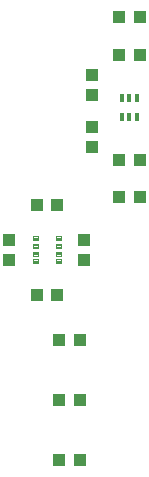
<source format=gbr>
G04 EAGLE Gerber RS-274X export*
G75*
%MOIN*%
%FSLAX34Y34*%
%LPD*%
%INSolderpaste Top*%
%IPPOS*%
%AMOC8*
5,1,8,0,0,1.08239X$1,22.5*%
G01*
%ADD10R,0.039370X0.043307*%
%ADD11R,0.043307X0.039370*%
%ADD12R,0.015748X0.031496*%
%ADD13C,0.004429*%


D10*
X22250Y20835D03*
X22250Y20165D03*
D11*
X23165Y22000D03*
X23835Y22000D03*
X26585Y28250D03*
X25915Y28250D03*
D10*
X25000Y24585D03*
X25000Y23915D03*
D11*
X23915Y13500D03*
X24585Y13500D03*
X26585Y23500D03*
X25915Y23500D03*
X25915Y22250D03*
X26585Y22250D03*
X23835Y19000D03*
X23165Y19000D03*
D10*
X24750Y20165D03*
X24750Y20835D03*
D11*
X26585Y27000D03*
X25915Y27000D03*
X23915Y17500D03*
X24585Y17500D03*
X23915Y15500D03*
X24585Y15500D03*
D10*
X25000Y25665D03*
X25000Y26335D03*
D12*
X25994Y24935D03*
X26250Y24935D03*
X26506Y24935D03*
X26506Y25565D03*
X26250Y25565D03*
X25994Y25565D03*
D13*
X23956Y20306D02*
X23808Y20306D01*
X23808Y20438D01*
X23956Y20438D01*
X23956Y20306D01*
X23956Y20348D02*
X23808Y20348D01*
X23808Y20390D02*
X23956Y20390D01*
X23956Y20432D02*
X23808Y20432D01*
X23808Y20562D02*
X23956Y20562D01*
X23808Y20562D02*
X23808Y20694D01*
X23956Y20694D01*
X23956Y20562D01*
X23956Y20604D02*
X23808Y20604D01*
X23808Y20646D02*
X23956Y20646D01*
X23956Y20688D02*
X23808Y20688D01*
X23808Y20818D02*
X23956Y20818D01*
X23808Y20818D02*
X23808Y20950D01*
X23956Y20950D01*
X23956Y20818D01*
X23956Y20860D02*
X23808Y20860D01*
X23808Y20902D02*
X23956Y20902D01*
X23956Y20944D02*
X23808Y20944D01*
X23808Y20050D02*
X23956Y20050D01*
X23808Y20050D02*
X23808Y20182D01*
X23956Y20182D01*
X23956Y20050D01*
X23956Y20092D02*
X23808Y20092D01*
X23808Y20134D02*
X23956Y20134D01*
X23956Y20176D02*
X23808Y20176D01*
X23192Y20306D02*
X23044Y20306D01*
X23044Y20438D01*
X23192Y20438D01*
X23192Y20306D01*
X23192Y20348D02*
X23044Y20348D01*
X23044Y20390D02*
X23192Y20390D01*
X23192Y20432D02*
X23044Y20432D01*
X23044Y20562D02*
X23192Y20562D01*
X23044Y20562D02*
X23044Y20694D01*
X23192Y20694D01*
X23192Y20562D01*
X23192Y20604D02*
X23044Y20604D01*
X23044Y20646D02*
X23192Y20646D01*
X23192Y20688D02*
X23044Y20688D01*
X23044Y20818D02*
X23192Y20818D01*
X23044Y20818D02*
X23044Y20950D01*
X23192Y20950D01*
X23192Y20818D01*
X23192Y20860D02*
X23044Y20860D01*
X23044Y20902D02*
X23192Y20902D01*
X23192Y20944D02*
X23044Y20944D01*
X23044Y20050D02*
X23192Y20050D01*
X23044Y20050D02*
X23044Y20182D01*
X23192Y20182D01*
X23192Y20050D01*
X23192Y20092D02*
X23044Y20092D01*
X23044Y20134D02*
X23192Y20134D01*
X23192Y20176D02*
X23044Y20176D01*
M02*

</source>
